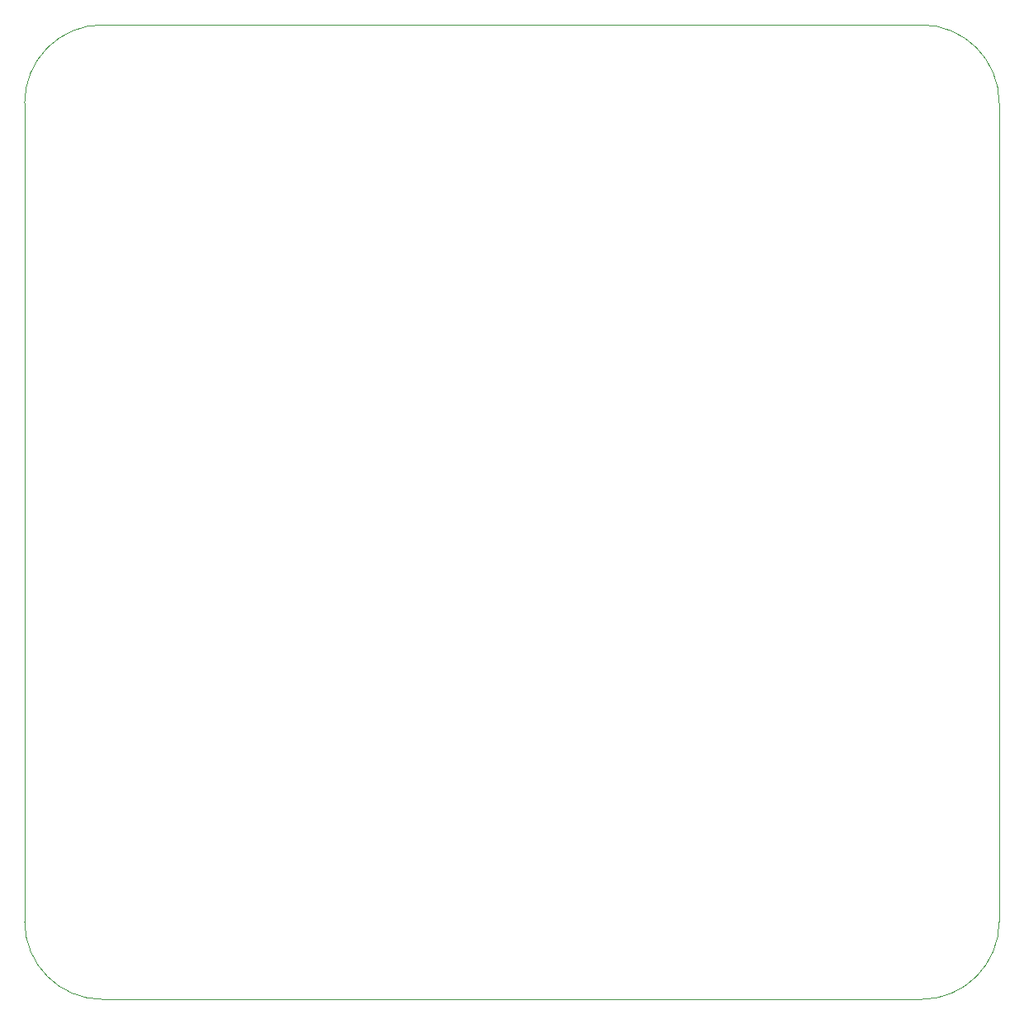
<source format=gbr>
%TF.GenerationSoftware,KiCad,Pcbnew,8.0.2*%
%TF.CreationDate,2024-07-16T14:45:12-07:00*%
%TF.ProjectId,ptn,70746e2e-6b69-4636-9164-5f7063625858,1*%
%TF.SameCoordinates,Original*%
%TF.FileFunction,Profile,NP*%
%FSLAX46Y46*%
G04 Gerber Fmt 4.6, Leading zero omitted, Abs format (unit mm)*
G04 Created by KiCad (PCBNEW 8.0.2) date 2024-07-16 14:45:12*
%MOMM*%
%LPD*%
G01*
G04 APERTURE LIST*
%TA.AperFunction,Profile*%
%ADD10C,0.050000*%
%TD*%
G04 APERTURE END LIST*
D10*
X172000000Y-50000000D02*
X172000000Y-134000000D01*
X72000000Y-134000000D02*
X72000000Y-50000000D01*
X80000000Y-42000000D02*
X164000000Y-42000000D01*
X172000000Y-134000000D02*
G75*
G02*
X164000000Y-142000000I-8000000J0D01*
G01*
X72000000Y-50000000D02*
G75*
G02*
X80000000Y-42000000I8000000J0D01*
G01*
X164000000Y-42000000D02*
G75*
G02*
X172000000Y-50000000I0J-8000000D01*
G01*
X164000000Y-142000000D02*
X80000000Y-142000000D01*
X80000000Y-142000000D02*
G75*
G02*
X72000000Y-134000000I0J8000000D01*
G01*
M02*

</source>
